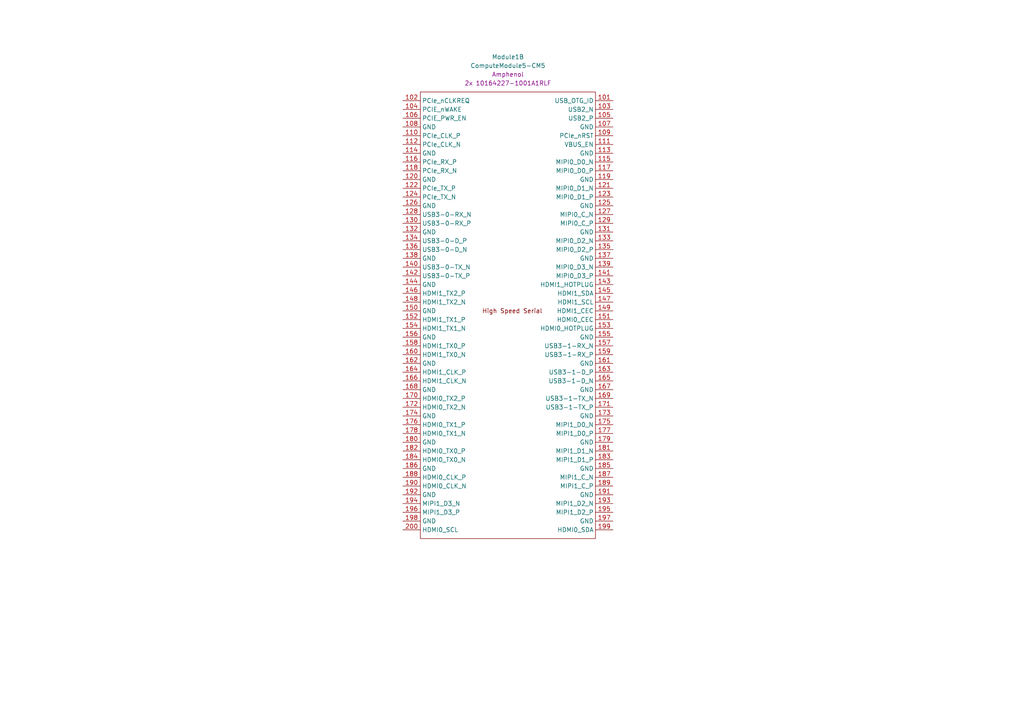
<source format=kicad_sch>
(kicad_sch (version 20250114) (generator "eeschema") (generator_version "9.0")
  (paper "A4")
  (lib_symbols
    (symbol "CM5IO:ComputeModule5-CM5"
      (property "Reference" "Module" (at 113.03 -68.58 0))
      (property "Value" "ComputeModule5-CM5" (at 140.97 2.54 0))
      (property "Field4" "Amphenol" (at 0 0 0))
      (property "Field5" "2x 10164227-1001A1RLF" (at 0 -2.54 0))
      (symbol "ComputeModule5-CM5_1_0"
        (text "GPIO" (at 0 6.35 0) (effects (font (size 1.27 1.27))))
      )
      (symbol "ComputeModule5-CM5_1_1"
        (rectangle (start -30.48 -71.12) (end 25.4 58.42))
        (text "600mA Max" (at -8.89 -48.26 0) (effects (font (size 1.27 1.27))))
        (text "600mA Max" (at -8.89 -53.34 0) (effects (font (size 1.27 1.27))))
        (text "NB SD signals are only available" (at -1.27 -27.94 0) (effects (font (size 1.27 1.27))))
        (text "on modules without eMMC" (at -1.27 -30.48 0) (effects (font (size 1.27 1.27))))
        (pin power_in line (at -33.02 55.88 0) (length 2.54) (name "GND") (number "2"))
        (pin passive line (at -33.02 53.34 0) (length 2.54) (name "Ethernet_Pair1_P") (number "4"))
        (pin passive line (at -33.02 50.8 0) (length 2.54) (name "Ethernet_Pair1_N") (number "6"))
        (pin power_in line (at -33.02 48.26 0) (length 2.54) (name "GND") (number "8"))
        (pin passive line (at -33.02 45.72 0) (length 2.54) (name "Ethernet_Pair0_N") (number "10"))
        (pin passive line (at -33.02 43.18 0) (length 2.54) (name "Ethernet_Pair0_P") (number "12"))
        (pin power_in line (at -33.02 40.64 0) (length 2.54) (name "GND") (number "14"))
        (pin input line (at -33.02 38.1 0) (length 2.54) (name "FAN_TACHO") (number "16"))
        (pin input line (at -33.02 35.56 0) (length 2.54) (name "Ethernet_SYNC_OUT(3.3v)") (number "18"))
        (pin passive line (at -33.02 33.02 0) (length 2.54) (name "EEPROM_nWP") (number "20"))
        (pin power_in line (at -33.02 30.48 0) (length 2.54) (name "GND") (number "22"))
        (pin passive line (at -33.02 27.94 0) (length 2.54) (name "GPIO26") (number "24"))
        (pin passive line (at -33.02 25.4 0) (length 2.54) (name "GPIO19") (number "26"))
        (pin passive line (at -33.02 22.86 0) (length 2.54) (name "GPIO13") (number "28"))
        (pin passive line (at -33.02 20.32 0) (length 2.54) (name "GPIO6") (number "30"))
        (pin power_in line (at -33.02 17.78 0) (length 2.54) (name "GND") (number "32"))
        (pin passive line (at -33.02 15.24 0) (length 2.54) (name "GPIO5") (number "34"))
        (pin passive line (at -33.02 12.7 0) (length 2.54) (name "ID_SD") (number "36"))
        (pin passive line (at -33.02 10.16 0) (length 2.54) (name "GPIO11") (number "38"))
        (pin passive line (at -33.02 7.62 0) (length 2.54) (name "GPIO9") (number "40"))
        (pin power_in line (at -33.02 5.08 0) (length 2.54) (name "GND") (number "42"))
        (pin passive line (at -33.02 2.54 0) (length 2.54) (name "GPIO10") (number "44"))
        (pin passive line (at -33.02 0 0) (length 2.54) (name "GPIO22") (number "46"))
        (pin passive line (at -33.02 -2.54 0) (length 2.54) (name "GPIO27") (number "48"))
        (pin passive line (at -33.02 -5.08 0) (length 2.54) (name "GPIO17") (number "50"))
        (pin power_in line (at -33.02 -7.62 0) (length 2.54) (name "GND") (number "52"))
        (pin passive line (at -33.02 -10.16 0) (length 2.54) (name "GPIO4") (number "54"))
        (pin passive line (at -33.02 -12.7 0) (length 2.54) (name "GPIO3") (number "56"))
        (pin passive line (at -33.02 -15.24 0) (length 2.54) (name "GPIO2") (number "58"))
        (pin power_in line (at -33.02 -17.78 0) (length 2.54) (name "GND") (number "60"))
        (pin passive line (at -33.02 -20.32 0) (length 2.54) (name "SD_CMD") (number "62"))
        (pin passive line (at -33.02 -22.86 0) (length 2.54) (name "SD_DAT5") (number "64"))
        (pin power_in line (at -33.02 -25.4 0) (length 2.54) (name "GND") (number "66"))
        (pin passive line (at -33.02 -27.94 0) (length 2.54) (name "SD_DAT4") (number "68"))
        (pin passive line (at -33.02 -30.48 0) (length 2.54) (name "SD_DAT7") (number "70"))
        (pin passive line (at -33.02 -33.02 0) (length 2.54) (name "SD_DAT6") (number "72"))
        (pin power_in line (at -33.02 -35.56 0) (length 2.54) (name "GND") (number "74"))
        (pin passive line (at -33.02 -38.1 0) (length 2.54) (name "VBAT") (number "76"))
        (pin power_in line (at -33.02 -40.64 0) (length 2.54) (name "GPIO_VREF(1.8v/3.3v_Input)") (number "78"))
        (pin passive line (at -33.02 -43.18 0) (length 2.54) (name "SCL0") (number "80"))
        (pin passive line (at -33.02 -45.72 0) (length 2.54) (name "SDA0") (number "82"))
        (pin power_out line (at -33.02 -48.26 0) (length 2.54) (name "+3.3v_(Output)") (number "84"))
        (pin passive line (at -33.02 -50.8 0) (length 2.54) (name "+3.3v_(Output)") (number "86"))
        (pin power_out line (at -33.02 -53.34 0) (length 2.54) (name "+1.8v_(Output)") (number "88"))
        (pin passive line (at -33.02 -55.88 0) (length 2.54) (name "+1.8v_(Output)") (number "90"))
        (pin passive line (at -33.02 -58.42 0) (length 2.54) (name "PWR_BUT") (number "92"))
        (pin passive line (at -33.02 -60.96 0) (length 2.54) (name "CC1") (number "94"))
        (pin passive line (at -33.02 -63.5 0) (length 2.54) (name "CC2") (number "96"))
        (pin power_in line (at -33.02 -66.04 0) (length 2.54) (name "GND") (number "98"))
        (pin passive line (at -33.02 -68.58 0) (length 2.54) (name "CAM_GPIO1") (number "100"))
        (pin power_in line (at 27.94 55.88 180) (length 2.54) (name "GND") (number "1"))
        (pin passive line (at 27.94 53.34 180) (length 2.54) (name "Ethernet_Pair3_P") (number "3"))
        (pin passive line (at 27.94 50.8 180) (length 2.54) (name "Ethernet_Pair3_N") (number "5"))
        (pin power_in line (at 27.94 48.26 180) (length 2.54) (name "GND") (number "7"))
        (pin passive line (at 27.94 45.72 180) (length 2.54) (name "Ethernet_Pair2_N") (number "9"))
        (pin passive line (at 27.94 43.18 180) (length 2.54) (name "Ethernet_Pair2_P") (number "11"))
        (pin power_in line (at 27.94 40.64 180) (length 2.54) (name "GND") (number "13"))
        (pin output line (at 27.94 38.1 180) (length 2.54) (name "Ethernet_nLED3(3.3v)") (number "15"))
        (pin output line (at 27.94 35.56 180) (length 2.54) (name "Ethernet_nLED2(3.3v)") (number "17"))
        (pin output line (at 27.94 33.02 180) (length 2.54) (name "FAN_PWM") (number "19"))
        (pin open_collector line (at 27.94 30.48 180) (length 2.54) (name "LED_nACT") (number "21"))
        (pin power_in line (at 27.94 27.94 180) (length 2.54) (name "GND") (number "23"))
        (pin passive line (at 27.94 25.4 180) (length 2.54) (name "GPIO21") (number "25"))
        (pin passive line (at 27.94 22.86 180) (length 2.54) (name "GPIO20") (number "27"))
        (pin passive line (at 27.94 20.32 180) (length 2.54) (name "GPIO16") (number "29"))
        (pin passive line (at 27.94 17.78 180) (length 2.54) (name "GPIO12") (number "31"))
        (pin power_in line (at 27.94 15.24 180) (length 2.54) (name "GND") (number "33"))
        (pin passive line (at 27.94 12.7 180) (length 2.54) (name "ID_SC") (number "35"))
        (pin passive line (at 27.94 10.16 180) (length 2.54) (name "GPIO7") (number "37"))
        (pin passive line (at 27.94 7.62 180) (length 2.54) (name "GPIO8") (number "39"))
        (pin passive line (at 27.94 5.08 180) (length 2.54) (name "GPIO25") (number "41"))
        (pin power_in line (at 27.94 2.54 180) (length 2.54) (name "GND") (number "43"))
        (pin passive line (at 27.94 0 180) (length 2.54) (name "GPIO24") (number "45"))
        (pin passive line (at 27.94 -2.54 180) (length 2.54) (name "GPIO23") (number "47"))
        (pin passive line (at 27.94 -5.08 180) (length 2.54) (name "GPIO18") (number "49"))
        (pin passive line (at 27.94 -7.62 180) (length 2.54) (name "GPIO15") (number "51"))
        (pin power_in line (at 27.94 -10.16 180) (length 2.54) (name "GND") (number "53"))
        (pin passive line (at 27.94 -12.7 180) (length 2.54) (name "GPIO14") (number "55"))
        (pin passive line (at 27.94 -15.24 180) (length 2.54) (name "SD_CLK") (number "57"))
        (pin power_in line (at 27.94 -17.78 180) (length 2.54) (name "GND") (number "59"))
        (pin passive line (at 27.94 -20.32 180) (length 2.54) (name "SD_DAT3") (number "61"))
        (pin passive line (at 27.94 -22.86 180) (length 2.54) (name "SD_DAT0") (number "63"))
        (pin power_in line (at 27.94 -25.4 180) (length 2.54) (name "GND") (number "65"))
        (pin passive line (at 27.94 -27.94 180) (length 2.54) (name "SD_DAT1") (number "67"))
        (pin passive line (at 27.94 -30.48 180) (length 2.54) (name "SD_DAT2") (number "69"))
        (pin power_in line (at 27.94 -33.02 180) (length 2.54) (name "GND") (number "71"))
        (pin input line (at 27.94 -35.56 180) (length 2.54) (name "SD_VDD_Override") (number "73"))
        (pin output line (at 27.94 -38.1 180) (length 2.54) (name "SD_PWR_ON") (number "75"))
        (pin power_in line (at 27.94 -40.64 180) (length 2.54) (name "+5v_(Input)") (number "77"))
        (pin power_in line (at 27.94 -43.18 180) (length 2.54) (name "+5v_(Input)") (number "79"))
        (pin power_in line (at 27.94 -45.72 180) (length 2.54) (name "+5v_(Input)") (number "81"))
        (pin power_in line (at 27.94 -48.26 180) (length 2.54) (name "+5v_(Input)") (number "83"))
        (pin power_in line (at 27.94 -50.8 180) (length 2.54) (name "+5v_(Input)") (number "85"))
        (pin power_in line (at 27.94 -53.34 180) (length 2.54) (name "+5v_(Input)") (number "87"))
        (pin input line (at 27.94 -55.88 180) (length 2.54) (name "WiFi_nDisable") (number "89"))
        (pin input line (at 27.94 -58.42 180) (length 2.54) (name "BT_nDisable") (number "91"))
        (pin input line (at 27.94 -60.96 180) (length 2.54) (name "nRPIBOOT") (number "93"))
        (pin output line (at 27.94 -63.5 180) (length 2.54) (name "LED_nPWR") (number "95"))
        (pin passive line (at 27.94 -66.04 180) (length 2.54) (name "CAM_GPIO0") (number "97"))
        (pin input line (at 27.94 -68.58 180) (length 2.54) (name "PMIC_ENABLE") (number "99"))
      )
      (symbol "ComputeModule5-CM5_2_1"
        (rectangle (start 114.3 -66.04) (end 165.1 63.5))
        (text "High Speed Serial" (at 140.97 0 0) (effects (font (size 1.27 1.27))))
        (pin input line (at 109.22 60.96 0) (length 5.08) (name "PCIe_nCLKREQ") (number "102"))
        (pin input line (at 109.22 58.42 0) (length 5.08) (name "PCIE_nWAKE") (number "104"))
        (pin output line (at 109.22 55.88 0) (length 5.08) (name "PCIE_PWR_EN") (number "106"))
        (pin power_in line (at 109.22 53.34 0) (length 5.08) (name "GND") (number "108"))
        (pin output line (at 109.22 50.8 0) (length 5.08) (name "PCIe_CLK_P") (number "110"))
        (pin output line (at 109.22 48.26 0) (length 5.08) (name "PCIe_CLK_N") (number "112"))
        (pin power_in line (at 109.22 45.72 0) (length 5.08) (name "GND") (number "114"))
        (pin input line (at 109.22 43.18 0) (length 5.08) (name "PCIe_RX_P") (number "116"))
        (pin input line (at 109.22 40.64 0) (length 5.08) (name "PCIe_RX_N") (number "118"))
        (pin power_in line (at 109.22 38.1 0) (length 5.08) (name "GND") (number "120"))
        (pin output line (at 109.22 35.56 0) (length 5.08) (name "PCIe_TX_P") (number "122"))
        (pin output line (at 109.22 33.02 0) (length 5.08) (name "PCIe_TX_N") (number "124"))
        (pin power_in line (at 109.22 30.48 0) (length 5.08) (name "GND") (number "126"))
        (pin input line (at 109.22 27.94 0) (length 5.08) (name "USB3-0-RX_N") (number "128"))
        (pin input line (at 109.22 25.4 0) (length 5.08) (name "USB3-0-RX_P") (number "130"))
        (pin power_in line (at 109.22 22.86 0) (length 5.08) (name "GND") (number "132"))
        (pin passive line (at 109.22 20.32 0) (length 5.08) (name "USB3-0-D_P") (number "134"))
        (pin passive line (at 109.22 17.78 0) (length 5.08) (name "USB3-0-D_N") (number "136"))
        (pin power_in line (at 109.22 15.24 0) (length 5.08) (name "GND") (number "138"))
        (pin output line (at 109.22 12.7 0) (length 5.08) (name "USB3-0-TX_N") (number "140"))
        (pin output line (at 109.22 10.16 0) (length 5.08) (name "USB3-0-TX_P") (number "142"))
        (pin power_in line (at 109.22 7.62 0) (length 5.08) (name "GND") (number "144"))
        (pin output line (at 109.22 5.08 0) (length 5.08) (name "HDMI1_TX2_P") (number "146"))
        (pin output line (at 109.22 2.54 0) (length 5.08) (name "HDMI1_TX2_N") (number "148"))
        (pin power_in line (at 109.22 0 0) (length 5.08) (name "GND") (number "150"))
        (pin output line (at 109.22 -2.54 0) (length 5.08) (name "HDMI1_TX1_P") (number "152"))
        (pin output line (at 109.22 -5.08 0) (length 5.08) (name "HDMI1_TX1_N") (number "154"))
        (pin power_in line (at 109.22 -7.62 0) (length 5.08) (name "GND") (number "156"))
        (pin output line (at 109.22 -10.16 0) (length 5.08) (name "HDMI1_TX0_P") (number "158"))
        (pin output line (at 109.22 -12.7 0) (length 5.08) (name "HDMI1_TX0_N") (number "160"))
        (pin power_in line (at 109.22 -15.24 0) (length 5.08) (name "GND") (number "162"))
        (pin output line (at 109.22 -17.78 0) (length 5.08) (name "HDMI1_CLK_P") (number "164"))
        (pin output line (at 109.22 -20.32 0) (length 5.08) (name "HDMI1_CLK_N") (number "166"))
        (pin power_in line (at 109.22 -22.86 0) (length 5.08) (name "GND") (number "168"))
        (pin output line (at 109.22 -25.4 0) (length 5.08) (name "HDMI0_TX2_P") (number "170"))
        (pin output line (at 109.22 -27.94 0) (length 5.08) (name "HDMI0_TX2_N") (number "172"))
        (pin power_in line (at 109.22 -30.48 0) (length 5.08) (name "GND") (number "174"))
        (pin output line (at 109.22 -33.02 0) (length 5.08) (name "HDMI0_TX1_P") (number "176"))
        (pin output line (at 109.22 -35.56 0) (length 5.08) (name "HDMI0_TX1_N") (number "178"))
        (pin power_in line (at 109.22 -38.1 0) (length 5.08) (name "GND") (number "180"))
        (pin output line (at 109.22 -40.64 0) (length 5.08) (name "HDMI0_TX0_P") (number "182"))
        (pin output line (at 109.22 -43.18 0) (length 5.08) (name "HDMI0_TX0_N") (number "184"))
        (pin power_in line (at 109.22 -45.72 0) (length 5.08) (name "GND") (number "186"))
        (pin output line (at 109.22 -48.26 0) (length 5.08) (name "HDMI0_CLK_P") (number "188"))
        (pin output line (at 109.22 -50.8 0) (length 5.08) (name "HDMI0_CLK_N") (number "190"))
        (pin power_in line (at 109.22 -53.34 0) (length 5.08) (name "GND") (number "192"))
        (pin output line (at 109.22 -55.88 0) (length 5.08) (name "MIPI1_D3_N") (number "194"))
        (pin output line (at 109.22 -58.42 0) (length 5.08) (name "MIPI1_D3_P") (number "196"))
        (pin power_in line (at 109.22 -60.96 0) (length 5.08) (name "GND") (number "198"))
        (pin open_collector line (at 109.22 -63.5 0) (length 5.08) (name "HDMI0_SCL") (number "200"))
        (pin input line (at 170.18 60.96 180) (length 5.08) (name "USB_OTG_ID") (number "101"))
        (pin passive line (at 170.18 58.42 180) (length 5.08) (name "USB2_N") (number "103"))
        (pin passive line (at 170.18 55.88 180) (length 5.08) (name "USB2_P") (number "105"))
        (pin power_in line (at 170.18 53.34 180) (length 5.08) (name "GND") (number "107"))
        (pin output line (at 170.18 50.8 180) (length 5.08) (name "PCIe_nRST") (number "109"))
        (pin output line (at 170.18 48.26 180) (length 5.08) (name "VBUS_EN") (number "111"))
        (pin power_in line (at 170.18 45.72 180) (length 5.08) (name "GND") (number "113"))
        (pin input line (at 170.18 43.18 180) (length 5.08) (name "MIPI0_D0_N") (number "115"))
        (pin input line (at 170.18 40.64 180) (length 5.08) (name "MIPI0_D0_P") (number "117"))
        (pin power_in line (at 170.18 38.1 180) (length 5.08) (name "GND") (number "119"))
        (pin input line (at 170.18 35.56 180) (length 5.08) (name "MIPI0_D1_N") (number "121"))
        (pin input line (at 170.18 33.02 180) (length 5.08) (name "MIPI0_D1_P") (number "123"))
        (pin power_in line (at 170.18 30.48 180) (length 5.08) (name "GND") (number "125"))
        (pin input line (at 170.18 27.94 180) (length 5.08) (name "MIPI0_C_N") (number "127"))
        (pin input line (at 170.18 25.4 180) (length 5.08) (name "MIPI0_C_P") (number "129"))
        (pin power_in line (at 170.18 22.86 180) (length 5.08) (name "GND") (number "131"))
        (pin input line (at 170.18 20.32 180) (length 5.08) (name "MIPI0_D2_N") (number "133"))
        (pin input line (at 170.18 17.78 180) (length 5.08) (name "MIPI0_D2_P") (number "135"))
        (pin power_in line (at 170.18 15.24 180) (length 5.08) (name "GND") (number "137"))
        (pin input line (at 170.18 12.7 180) (length 5.08) (name "MIPI0_D3_N") (number "139"))
        (pin input line (at 170.18 10.16 180) (length 5.08) (name "MIPI0_D3_P") (number "141"))
        (pin input line (at 170.18 7.62 180) (length 5.08) (name "HDMI1_HOTPLUG") (number "143"))
        (pin bidirectional line (at 170.18 5.08 180) (length 5.08) (name "HDMI1_SDA") (number "145"))
        (pin open_collector line (at 170.18 2.54 180) (length 5.08) (name "HDMI1_SCL") (number "147"))
        (pin open_collector line (at 170.18 0 180) (length 5.08) (name "HDMI1_CEC") (number "149"))
        (pin open_collector line (at 170.18 -2.54 180) (length 5.08) (name "HDMI0_CEC") (number "151"))
        (pin input line (at 170.18 -5.08 180) (length 5.08) (name "HDMI0_HOTPLUG") (number "153"))
        (pin power_in line (at 170.18 -7.62 180) (length 5.08) (name "GND") (number "155"))
        (pin input line (at 170.18 -10.16 180) (length 5.08) (name "USB3-1-RX_N") (number "157"))
        (pin input line (at 170.18 -12.7 180) (length 5.08) (name "USB3-1-RX_P") (number "159"))
        (pin power_in line (at 170.18 -15.24 180) (length 5.08) (name "GND") (number "161"))
        (pin passive line (at 170.18 -17.78 180) (length 5.08) (name "USB3-1-D_P") (number "163"))
        (pin passive line (at 170.18 -20.32 180) (length 5.08) (name "USB3-1-D_N") (number "165"))
        (pin power_in line (at 170.18 -22.86 180) (length 5.08) (name "GND") (number "167"))
        (pin output line (at 170.18 -25.4 180) (length 5.08) (name "USB3-1-TX_N") (number "169"))
        (pin output line (at 170.18 -27.94 180) (length 5.08) (name "USB3-1-TX_P") (number "171"))
        (pin power_in line (at 170.18 -30.48 180) (length 5.08) (name "GND") (number "173"))
        (pin output line (at 170.18 -33.02 180) (length 5.08) (name "MIPI1_D0_N") (number "175"))
        (pin output line (at 170.18 -35.56 180) (length 5.08) (name "MIPI1_D0_P") (number "177"))
        (pin power_in line (at 170.18 -38.1 180) (length 5.08) (name "GND") (number "179"))
        (pin output line (at 170.18 -40.64 180) (length 5.08) (name "MIPI1_D1_N") (number "181"))
        (pin output line (at 170.18 -43.18 180) (length 5.08) (name "MIPI1_D1_P") (number "183"))
        (pin power_in line (at 170.18 -45.72 180) (length 5.08) (name "GND") (number "185"))
        (pin output line (at 170.18 -48.26 180) (length 5.08) (name "MIPI1_C_N") (number "187"))
        (pin output line (at 170.18 -50.8 180) (length 5.08) (name "MIPI1_C_P") (number "189"))
        (pin power_in line (at 170.18 -53.34 180) (length 5.08) (name "GND") (number "191"))
        (pin output line (at 170.18 -55.88 180) (length 5.08) (name "MIPI1_D2_N") (number "193"))
        (pin output line (at 170.18 -58.42 180) (length 5.08) (name "MIPI1_D2_P") (number "195"))
        (pin power_in line (at 170.18 -60.96 180) (length 5.08) (name "GND") (number "197"))
        (pin bidirectional line (at 170.18 -63.5 180) (length 5.08) (name "HDMI0_SDA") (number "199"))
      )
    )
  )
  (symbol (lib_id "CM5IO:ComputeModule5-CM5") (at 7.62 90.17 0) (unit 2)
    (property "Reference" "Module1" (at 147.32 16.51 0))
    (property "Value" "ComputeModule5-CM5" (at 147.32 19.05 0))
    (property "Footprint" "CM5IO:Raspberry-Pi-5-Compute-Module" (effects (hide yes)))
    (property "Description" "RaspberryPi Compute module 5" (effects (hide yes)))
    (property "Field4" "Amphenol" (at 147.32 21.59 0))
    (property "Field5" "2x 10164227-1001A1RLF" (at 147.32 24.13 0))
  )
)
</source>
